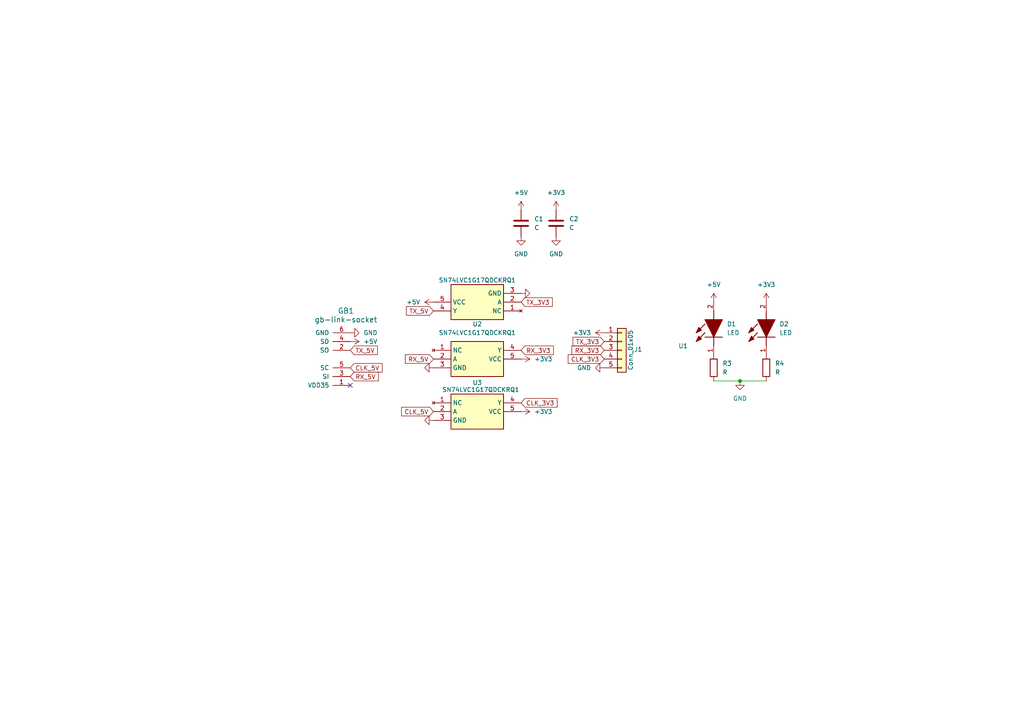
<source format=kicad_sch>
(kicad_sch (version 20241004) (generator "eeschema") (generator_version "8.99")
  (paper "A4")
  (lib_symbols
    (symbol "Connector_Generic:Conn_01x05" (pin_names (offset 1.016) (hide yes))
      (property "Reference" "J" (at 0 7.62 0))
      (property "Value" "Conn_01x05" (at 0 -7.62 0))
      (symbol "Conn_01x05_1_1"
        (rectangle (start -1.27 6.35) (end 1.27 -6.35) (stroke (width 0.254)) (fill (type background)))
        (rectangle (start -1.27 5.207) (end 0 4.953) (stroke (width 0.1524)))
        (rectangle (start -1.27 2.667) (end 0 2.413) (stroke (width 0.1524)))
        (rectangle (start -1.27 0.127) (end 0 -0.127) (stroke (width 0.1524)))
        (rectangle (start -1.27 -2.413) (end 0 -2.667) (stroke (width 0.1524)))
        (rectangle (start -1.27 -4.953) (end 0 -5.207) (stroke (width 0.1524)))
        (pin passive line (at -5.08 5.08 0) (length 3.81) (name "Pin_1") (number "1"))
        (pin passive line (at -5.08 2.54 0) (length 3.81) (name "Pin_2") (number "2"))
        (pin passive line (at -5.08 0 0) (length 3.81) (name "Pin_3") (number "3"))
        (pin passive line (at -5.08 -2.54 0) (length 3.81) (name "Pin_4") (number "4"))
        (pin passive line (at -5.08 -5.08 0) (length 3.81) (name "Pin_5") (number "5"))
      )
    )
    (symbol "Device:C" (pin_numbers (hide yes)) (pin_names (offset 0.254))
      (property "Reference" "C" (at 0.635 2.54 0))
      (property "Value" "C" (at 0.635 -2.54 0))
      (symbol "C_0_1"
        (polyline (pts (xy -2.032 0.762) (xy 2.032 0.762)) (stroke (width 0.508)))
        (polyline (pts (xy -2.032 -0.762) (xy 2.032 -0.762)) (stroke (width 0.508)))
      )
      (symbol "C_1_1"
        (pin passive line (at 0 3.81 270) (length 2.794) (name "~") (number "1"))
        (pin passive line (at 0 -3.81 90) (length 2.794) (name "~") (number "2"))
      )
    )
    (symbol "Device:R" (pin_numbers (hide yes)) (pin_names (offset 0))
      (property "Reference" "R" (at 2.032 0 90))
      (property "Value" "R" (at 0 0 90))
      (symbol "R_0_1"
        (rectangle (start -1.016 -2.54) (end 1.016 2.54) (stroke (width 0.254)))
      )
      (symbol "R_1_1"
        (pin passive line (at 0 3.81 270) (length 1.27) (name "~") (number "1"))
        (pin passive line (at 0 -3.81 90) (length 1.27) (name "~") (number "2"))
      )
    )
    (symbol "LEDC2012X50N:HSMG-C177" (pin_names (hide yes))
      (property "Reference" "LED" (at 12.7 8.89 0))
      (property "Value" "HSMG-C177" (at 12.7 6.35 0))
      (symbol "HSMG-C177_1_1"
        (polyline (pts (xy 2.54 0) (xy 5.08 0)) (stroke (width 0.254)))
        (polyline (pts (xy 5.08 2.54) (xy 5.08 -2.54)) (stroke (width 0.254)))
        (polyline (pts (xy 5.08 0) (xy 10.16 2.54) (xy 10.16 -2.54) (xy 5.08 0)) (stroke (width 0.254)) (fill (type outline)))
        (polyline (pts (xy 5.334 4.318) (xy 4.572 3.556) (xy 3.81 5.08) (xy 5.334 4.318)) (stroke (width 0.254)) (fill (type outline)))
        (polyline (pts (xy 6.35 2.54) (xy 3.81 5.08)) (stroke (width 0.254)))
        (polyline (pts (xy 7.874 4.318) (xy 7.112 3.556) (xy 6.35 5.08) (xy 7.874 4.318)) (stroke (width 0.254)) (fill (type outline)))
        (polyline (pts (xy 8.89 2.54) (xy 6.35 5.08)) (stroke (width 0.254)))
        (polyline (pts (xy 10.16 0) (xy 12.7 0)) (stroke (width 0.254)))
        (pin passive line (at 0 0 0) (length 2.54) (name "K") (number "1"))
        (pin passive line (at 15.24 0 180) (length 2.54) (name "A") (number "2"))
      )
    )
    (symbol "SN74LVC1G17QDCKRQ1:SN74LVC1G17QDCKRQ1"
      (property "Reference" "IC" (at 21.59 7.62 0))
      (property "Value" "SN74LVC1G17QDCKRQ1" (at 21.59 5.08 0))
      (symbol "SN74LVC1G17QDCKRQ1_1_1"
        (rectangle (start 5.08 2.54) (end 20.32 -7.62) (stroke (width 0.254)) (fill (type background)))
        (pin no_connect line (at 0 0 0) (length 5.08) (name "NC") (number "1"))
        (pin passive line (at 0 -2.54 0) (length 5.08) (name "A") (number "2"))
        (pin passive line (at 0 -5.08 0) (length 5.08) (name "GND") (number "3"))
        (pin passive line (at 25.4 0 180) (length 5.08) (name "Y") (number "4"))
        (pin passive line (at 25.4 -2.54 180) (length 5.08) (name "VCC") (number "5"))
      )
    )
    (symbol "gb-link-socket:gb-link-socket" (pin_names (offset 1.016))
      (property "Reference" "GB" (at 0 -11.43 0))
      (property "Value" "gb-link-socket" (at 0 -13.97 0))
      (property "Footprint" "gb-link-socket:gb-link-socket" (at -5.08 0 0))
      (symbol "gb-link-socket_1_1"
        (pin input line (at -7.62 0 270) (length 5.08) (name "GND") (number "6"))
        (pin input line (at -5.08 0 270) (length 5.08) (name "SD") (number "4"))
        (pin input line (at -2.54 0 270) (length 5.08) (name "SO") (number "2"))
        (pin input line (at 2.54 0 270) (length 5.08) (name "SC") (number "5"))
        (pin input line (at 5.08 0 270) (length 5.08) (name "SI") (number "3"))
        (pin input line (at 7.62 0 270) (length 5.08) (name "VDD35") (number "1"))
      )
    )
    (symbol "power:+3V3" (power) (pin_names (offset 0))
      (property "Value" "+3V3" (at 0 3.556 0))
      (symbol "+3V3_0_1"
        (polyline (pts (xy -0.762 1.27) (xy 0 2.54)))
        (polyline (pts (xy 0 2.54) (xy 0.762 1.27)))
        (polyline (pts (xy 0 0) (xy 0 2.54)))
      )
      (symbol "+3V3_1_1"
        (pin power_in line (at 0 0 90) (length 0) (hide yes) (name "+3V3") (number "1"))
      )
    )
    (symbol "power:+5V" (power) (pin_names (offset 0))
      (property "Value" "+5V" (at 0 3.556 0))
      (symbol "+5V_0_1"
        (polyline (pts (xy -0.762 1.27) (xy 0 2.54)))
        (polyline (pts (xy 0 2.54) (xy 0.762 1.27)))
        (polyline (pts (xy 0 0) (xy 0 2.54)))
      )
      (symbol "+5V_1_1"
        (pin power_in line (at 0 0 90) (length 0) (hide yes) (name "+5V") (number "1"))
      )
    )
    (symbol "power:GND" (power) (pin_names (offset 0))
      (property "Value" "GND" (at 0 -3.81 0))
      (symbol "GND_0_1"
        (polyline (pts (xy 0 0) (xy 0 -1.27) (xy 1.27 -1.27) (xy 0 -2.54) (xy -1.27 -1.27) (xy 0 -1.27)))
      )
      (symbol "GND_1_1"
        (pin power_in line (at 0 0 270) (length 0) (hide yes) (name "GND") (number "1"))
      )
    )
  )
  (junction (at 214.63 110.49))
  (no_connect (at 101.6 111.76))
  (wire (pts (xy 214.63 110.49) (xy 222.25 110.49)))
  (wire (pts (xy 207.01 110.49) (xy 214.63 110.49)))
  (global_label "CLK_3V3" (shape input) (at 151.13 116.84 0) (property "Intersheetrefs" "${INTERSHEET_REFS}" (effects (hide yes))))
  (global_label "RX_3V3" (shape input) (at 151.13 101.6 0) (property "Intersheetrefs" "${INTERSHEET_REFS}" (effects (hide yes))))
  (global_label "RX_5V" (shape input) (at 101.6 109.22 0) (property "Intersheetrefs" "${INTERSHEET_REFS}" (effects (hide yes))))
  (global_label "CLK_5V" (shape input) (at 101.6 106.68 0) (property "Intersheetrefs" "${INTERSHEET_REFS}" (effects (hide yes))))
  (global_label "TX_3V3" (shape input) (at 151.13 87.63 0) (property "Intersheetrefs" "${INTERSHEET_REFS}" (effects (hide yes))))
  (global_label "TX_5V" (shape input) (at 125.73 90.17 180) (property "Intersheetrefs" "${INTERSHEET_REFS}" (effects (hide yes))))
  (global_label "CLK_5V" (shape input) (at 125.73 119.38 180) (property "Intersheetrefs" "${INTERSHEET_REFS}" (effects (hide yes))))
  (global_label "RX_5V" (shape input) (at 125.73 104.14 180) (property "Intersheetrefs" "${INTERSHEET_REFS}" (effects (hide yes))))
  (global_label "TX_5V" (shape input) (at 101.6 101.6 0) (property "Intersheetrefs" "${INTERSHEET_REFS}" (effects (hide yes))))
  (global_label "CLK_3V3" (shape input) (at 175.26 104.14 180) (property "Intersheetrefs" "${INTERSHEET_REFS}" (effects (hide yes))))
  (global_label "TX_3V3" (shape input) (at 175.26 99.06 180) (property "Intersheetrefs" "${INTERSHEET_REFS}" (effects (hide yes))))
  (global_label "RX_3V3" (shape input) (at 175.26 101.6 180) (property "Intersheetrefs" "${INTERSHEET_REFS}" (effects (hide yes))))
  (symbol (lib_id "power:+5V") (at 207.01 87.63 0) (unit 1)
    (property "Reference" "#PWR011" (effects (hide yes)))
    (property "Value" "+5V" (at 207.01 82.55 0))
  )
  (symbol (lib_id "power:+3V3") (at 151.13 104.14 270) (unit 1)
    (property "Reference" "#PWR06" (effects (hide yes)))
    (property "Value" "+3V3" (at 154.94 104.14 90) (effects (justify left)))
  )
  (symbol (lib_id "Device:R") (at 222.25 106.68 0) (unit 1)
    (property "Reference" "R4" (at 224.79 105.4099 0) (effects (justify left)))
    (property "Value" "R" (at 224.79 107.9499 0) (effects (justify left)))
    (property "Footprint" "Resistor_SMD:R_0805_2012Metric" (effects (hide yes)))
  )
  (symbol (lib_id "SN74LVC1G17QDCKRQ1:SN74LVC1G17QDCKRQ1") (at 125.73 116.84 0) (unit 1)
    (property "Reference" "U3" (at 138.43 110.998 0))
    (property "Value" "SN74LVC1G17QDCKRQ1" (at 139.446 113.03 0))
    (property "Footprint" "SOT65P210X110-5N" (effects (hide yes)))
    (property "Datasheet" "http://www.ti.com/lit/ds/symlink/sn74lvc1g17-q1.pdf" (effects (hide yes)))
    (property "Height" "1.1" (effects (hide yes)))
    (property "Manufacturer_Name" "Texas Instruments" (effects (hide yes)))
    (property "Manufacturer_Part_Number" "SN74LVC1G17QDCKRQ1" (effects (hide yes)))
  )
  (symbol (lib_id "Device:C") (at 151.13 64.77 0) (unit 1)
    (property "Reference" "C1" (at 154.94 63.4999 0) (effects (justify left)))
    (property "Value" "C" (at 154.94 66.0399 0) (effects (justify left)))
    (property "Footprint" "Capacitor_SMD:C_0805_2012Metric" (effects (hide yes)))
    (property "Description" "Unpolarized capacitor" (effects (hide yes)))
  )
  (symbol (lib_id "power:+5V") (at 125.73 87.63 90) (unit 1)
    (property "Reference" "#PWR04" (effects (hide yes)))
    (property "Value" "+5V" (at 121.92 87.63 90) (effects (justify left)))
  )
  (symbol (lib_id "power:+3V3") (at 222.25 87.63 0) (unit 1)
    (property "Reference" "#PWR012" (effects (hide yes)))
    (property "Value" "+3V3" (at 222.25 82.55 0))
  )
  (symbol (lib_id "power:GND") (at 151.13 85.09 90) (unit 1)
    (property "Reference" "#PWR01" (effects (hide yes)))
    (property "Value" "GND" (effects (hide yes)))
  )
  (symbol (lib_id "Connector_Generic:Conn_01x05") (at 180.34 101.6 0) (unit 1)
    (property "Reference" "J1" (at 183.896 101.346 0) (effects (justify left)))
    (property "Value" "Conn_01x05" (at 182.88 107.442 90) (effects (justify left)))
    (property "Footprint" "Connector_PinHeader_2.54mm:PinHeader_1x05_P2.54mm_Vertical" (effects (hide yes)))
  )
  (symbol (lib_id "Device:R") (at 207.01 106.68 0) (unit 1)
    (property "Reference" "R3" (at 209.55 105.4099 0) (effects (justify left)))
    (property "Value" "R" (at 209.55 107.9499 0) (effects (justify left)))
    (property "Footprint" "Resistor_SMD:R_0805_2012Metric" (effects (hide yes)))
  )
  (symbol (lib_id "SN74LVC1G17QDCKRQ1:SN74LVC1G17QDCKRQ1") (at 151.13 90.17 180) (unit 1)
    (property "Reference" "U1" (at 198.12 100.33 0))
    (property "Value" "SN74LVC1G17QDCKRQ1" (at 138.43 81.28 0))
    (property "Footprint" "SOT65P210X110-5N" (effects (hide yes)))
    (property "Datasheet" "http://www.ti.com/lit/ds/symlink/sn74lvc1g17-q1.pdf" (effects (hide yes)))
    (property "Height" "1.1" (effects (hide yes)))
    (property "Manufacturer_Name" "Texas Instruments" (effects (hide yes)))
    (property "Manufacturer_Part_Number" "SN74LVC1G17QDCKRQ1" (effects (hide yes)))
  )
  (symbol (lib_id "power:+3V3") (at 161.29 60.96 0) (unit 1)
    (property "Reference" "#PWR015" (effects (hide yes)))
    (property "Value" "+3V3" (at 161.29 55.88 0))
  )
  (symbol (lib_id "power:GND") (at 101.6 96.52 90) (unit 1)
    (property "Reference" "#PWR05" (effects (hide yes)))
    (property "Value" "GND" (at 105.41 96.52 90) (effects (justify right)))
  )
  (symbol (lib_id "SN74LVC1G17QDCKRQ1:SN74LVC1G17QDCKRQ1") (at 125.73 101.6 0) (unit 1)
    (property "Reference" "U2" (at 138.43 93.98 0))
    (property "Value" "SN74LVC1G17QDCKRQ1" (at 138.43 96.52 0))
    (property "Footprint" "SOT65P210X110-5N" (effects (hide yes)))
    (property "Datasheet" "http://www.ti.com/lit/ds/symlink/sn74lvc1g17-q1.pdf" (effects (hide yes)))
    (property "Height" "1.1" (effects (hide yes)))
    (property "Manufacturer_Name" "Texas Instruments" (effects (hide yes)))
    (property "Manufacturer_Part_Number" "SN74LVC1G17QDCKRQ1" (effects (hide yes)))
  )
  (symbol (lib_id "power:GND") (at 161.29 68.58 0) (unit 1)
    (property "Reference" "#PWR017" (effects (hide yes)))
    (property "Value" "GND" (at 161.29 73.66 0))
  )
  (symbol (lib_id "power:+3V3") (at 175.26 96.52 90) (unit 1)
    (property "Reference" "#PWR014" (effects (hide yes)))
    (property "Value" "+3V3" (at 171.45 96.52 90) (effects (justify left)))
  )
  (symbol (lib_id "power:GND") (at 125.73 121.92 270) (unit 1)
    (property "Reference" "#PWR07" (effects (hide yes)))
    (property "Value" "GND" (effects (hide yes)))
  )
  (symbol (lib_id "gb-link-socket:gb-link-socket") (at 101.6 104.14 270) (unit 1)
    (property "Reference" "GB1" (at 100.33 90.17 90) (effects (font (size 1.524 1.524))))
    (property "Value" "gb-link-socket" (at 100.33 92.71 90) (effects (font (size 1.524 1.524))))
    (property "Footprint" "gb-link-socket:gb-link-socket" (effects (hide yes)))
  )
  (symbol (lib_id "LEDC2012X50N:HSMG-C177") (at 222.25 102.87 90) (unit 1)
    (property "Reference" "D2" (at 226.06 93.9799 90) (effects (justify right)))
    (property "Value" "LED" (at 226.06 96.5199 90) (effects (justify right)))
    (property "Footprint" "LED_SMD:LED_0805_2012Metric" (effects (hide yes)))
    (property "Datasheet" "https://www.mouser.in/datasheet/2/678/AV02_0551EN_DS_HSMx_Cxxx_25Mar2022-1827675.pdf" (effects (hide yes)))
    (property "Height" "0.5" (effects (hide yes)))
    (property "Mouser Part Number" "630-HSMS-C177" (effects (hide yes)))
    (property "Mouser Price/Stock" "https://www.mouser.co.uk/ProductDetail/Broadcom-Avago/HSM-C177?qs=YDL0qNrpDT54K8kRkzcocA%3D%3D" (effects (hide yes)))
    (property "Manufacturer_Part_Number" "HSMS-C177" (effects (hide yes)))
  )
  (symbol (lib_id "LEDC2012X50N:HSMG-C177") (at 207.01 102.87 90) (unit 1)
    (property "Reference" "D1" (at 210.82 93.9799 90) (effects (justify right)))
    (property "Value" "LED" (at 210.82 96.5199 90) (effects (justify right)))
    (property "Footprint" "LED_SMD:LED_0805_2012Metric" (effects (hide yes)))
    (property "Datasheet" "https://www.mouser.in/datasheet/2/678/AV02_0551EN_DS_HSMx_Cxxx_25Mar2022-1827675.pdf" (effects (hide yes)))
    (property "Height" "0.5" (effects (hide yes)))
    (property "Mouser Part Number" "630-HSMG-C177" (effects (hide yes)))
    (property "Mouser Price/Stock" "https://www.mouser.co.uk/ProductDetail/Broadcom-Avago/HSMG-C177?qs=YDL0qNrpDT54K8kRkzcocA%3D%3D" (effects (hide yes)))
    (property "Manufacturer_Name" "Avago Technologies" (effects (hide yes)))
    (property "Manufacturer_Part_Number" "HSMG-C177" (effects (hide yes)))
  )
  (symbol (lib_id "power:+5V") (at 101.6 99.06 270) (unit 1)
    (property "Reference" "#PWR03" (effects (hide yes)))
    (property "Value" "+5V" (at 105.41 99.06 90) (effects (justify left)))
  )
  (symbol (lib_id "power:GND") (at 125.73 106.68 270) (unit 1)
    (property "Reference" "#PWR02" (effects (hide yes)))
    (property "Value" "GND" (effects (hide yes)))
  )
  (symbol (lib_id "power:+5V") (at 151.13 60.96 0) (unit 1)
    (property "Reference" "#PWR013" (effects (hide yes)))
    (property "Value" "+5V" (at 151.13 55.88 0))
  )
  (symbol (lib_id "power:GND") (at 175.26 106.68 270) (unit 1)
    (property "Reference" "#PWR09" (effects (hide yes)))
    (property "Value" "GND" (at 171.45 106.68 90) (effects (justify right)))
  )
  (symbol (lib_id "power:GND") (at 214.63 110.49 0) (unit 1)
    (property "Reference" "#PWR010" (effects (hide yes)))
    (property "Value" "GND" (at 214.63 115.57 0))
  )
  (symbol (lib_id "Device:C") (at 161.29 64.77 0) (unit 1)
    (property "Reference" "C2" (at 165.1 63.4999 0) (effects (justify left)))
    (property "Value" "C" (at 165.1 66.0399 0) (effects (justify left)))
    (property "Footprint" "Capacitor_SMD:C_0805_2012Metric" (effects (hide yes)))
    (property "Description" "Unpolarized capacitor" (effects (hide yes)))
  )
  (symbol (lib_id "power:GND") (at 151.13 68.58 0) (unit 1)
    (property "Reference" "#PWR016" (effects (hide yes)))
    (property "Value" "GND" (at 151.13 73.66 0))
  )
  (symbol (lib_id "power:+3V3") (at 151.13 119.38 270) (unit 1)
    (property "Reference" "#PWR08" (effects (hide yes)))
    (property "Value" "+3V3" (at 154.94 119.3801 90) (effects (justify left)))
  )
)
</source>
